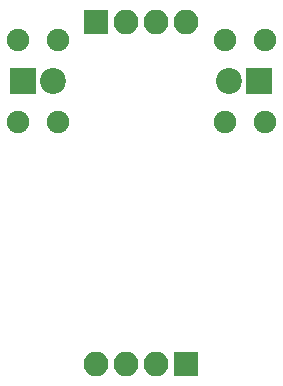
<source format=gbr>
G04 #@! TF.FileFunction,Soldermask,Bot*
%FSLAX46Y46*%
G04 Gerber Fmt 4.6, Leading zero omitted, Abs format (unit mm)*
G04 Created by KiCad (PCBNEW 4.0.7-e0-6372~58~ubuntu16.10.1) date Mon Feb 25 01:17:52 2019*
%MOMM*%
%LPD*%
G01*
G04 APERTURE LIST*
%ADD10C,0.100000*%
%ADD11R,2.200000X2.200000*%
%ADD12C,2.200000*%
%ADD13C,1.900000*%
%ADD14R,2.100000X2.100000*%
%ADD15O,2.100000X2.100000*%
G04 APERTURE END LIST*
D10*
D11*
X22500000Y-7500000D03*
D12*
X19960000Y-7500000D03*
D11*
X2500000Y-7500000D03*
D12*
X5040000Y-7500000D03*
D13*
X23000000Y-11000000D03*
X19600000Y-11000000D03*
X23000000Y-4000000D03*
X19600000Y-4000000D03*
X5500000Y-11000000D03*
X2100000Y-11000000D03*
X5500000Y-4000000D03*
X2100000Y-4000000D03*
D14*
X8690000Y-2500000D03*
D15*
X11230000Y-2500000D03*
X13770000Y-2500000D03*
X16310000Y-2500000D03*
D14*
X16310000Y-31500000D03*
D15*
X13770000Y-31500000D03*
X11230000Y-31500000D03*
X8690000Y-31500000D03*
M02*

</source>
